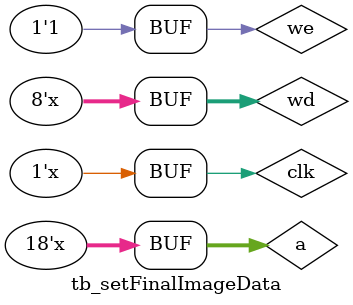
<source format=sv>
module tb_setFinalImageData();
	logic clk, we;
	logic[17:0] a; 
	logic[7:0] wd;
	
	setFinalImageData UUT(clk, we,a,wd);
	
	always #1 clk = ~clk;
	always #2 begin a = a + 1; wd = wd + 1; end
	
	
	initial begin
		$display("setFinalImageData TB...");
		clk <= 0;
		a= 0; 
		we = 1; 
		wd =1;
		

		
	end
	
endmodule
</source>
